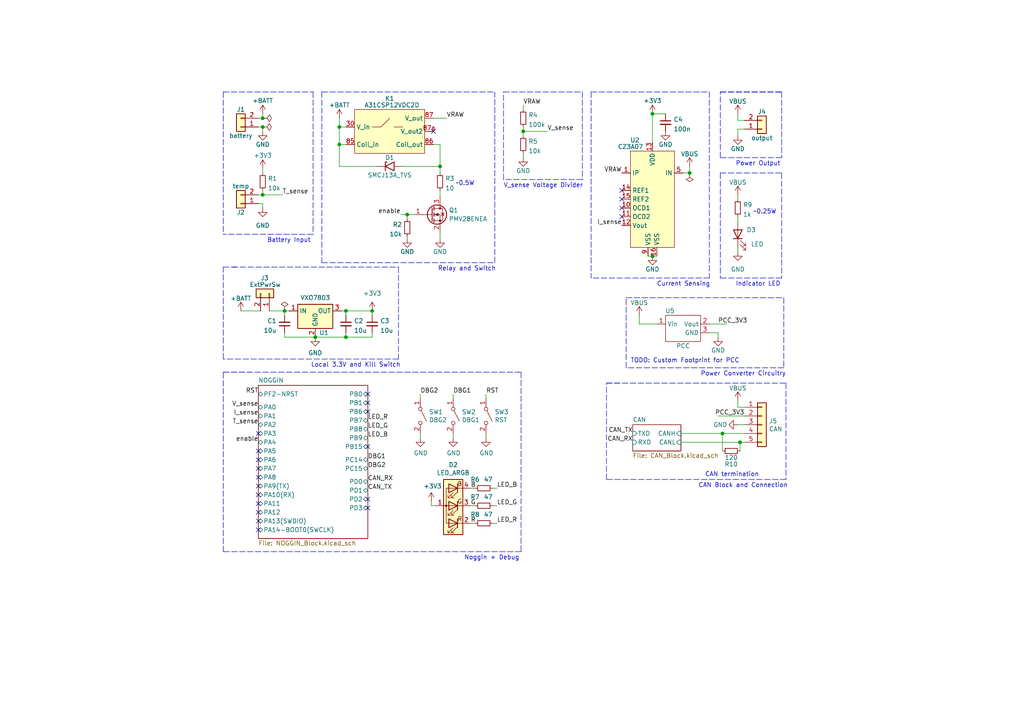
<source format=kicad_sch>
(kicad_sch (version 20211123) (generator eeschema)
  (paper "A4")
  (lib_symbols
    (symbol "BMS_Library:A31CSP12VDC2D"
      (property "Reference" "K1" (at 8.89 -10.16 0))
      (property "Value" "A31CSP12VDC2D" (at 0 5.08 0))
      (symbol "A31CSP12VDC2D_0_1"
        (rectangle (start -10.16 3.81) (end 10.16 -8.89) (fill (type background)))
        (polyline (pts (xy 1.27 -1.27) (xy 3.81 -1.27)))
        (polyline (pts (xy -5.08 -1.27) (xy -2.54 -1.27) (xy 0 1.27)))
      )
      (symbol "A31CSP12VDC2D_1_1"
        (pin power_in line (at -12.7 -1.27 0) (length 2.54) (name "V_in") (number "30"))
        (pin power_in line (at -12.7 -6.35 0) (length 2.54) (name "Coil_in") (number "85"))
        (pin power_out line (at 12.7 -6.35 180) (length 2.54) (name "Coil_out") (number "86"))
        (pin power_out line (at 12.7 1.27 180) (length 2.54) (name "V_out") (number "87"))
        (pin power_out line (at 12.7 -2.54 180) (length 2.54) (name "V_out2") (number "87a"))
      )
    )
    (symbol "BMS_Library:CZ3AG7_HalEfSens"
      (property "Reference" "U" (at 0 20.32 0))
      (property "Value" "CZ3AG7_HalEfSens" (at 0 17.78 0))
      (symbol "CZ3AG7_HalEfSens_0_1"
        (rectangle (start -6.35 13.97) (end 6.35 -13.97) (stroke (width 0.1524)) (fill (type background)))
      )
      (symbol "CZ3AG7_HalEfSens_1_1"
        (pin input line (at -8.89 7.62 0) (length 2.54) (name "IP") (number "1"))
        (pin output line (at -8.89 -2.54 0) (length 2.54) (name "OCD1") (number "10"))
        (pin output line (at -8.89 -5.08 0) (length 2.54) (name "OCD2") (number "11"))
        (pin output line (at -8.89 -7.62 0) (length 2.54) (name "Vout") (number "12"))
        (pin power_in line (at 0 16.51 270) (length 2.54) (name "VDD") (number "13"))
        (pin input line (at -8.89 2.54 0) (length 2.54) (name "REF1") (number "14"))
        (pin input line (at -8.89 0 0) (length 2.54) (name "REF2") (number "15"))
        (pin power_in line (at 1.27 -16.51 90) (length 2.54) (name "VSS") (number "16"))
        (pin input line (at 8.89 7.62 180) (length 2.54) (name "IN") (number "5"))
        (pin power_in line (at -1.27 -16.51 90) (length 2.54) (name "VSS") (number "9"))
      )
    )
    (symbol "BMS_Library:PCC"
      (property "Reference" "U" (at 0 5.08 0))
      (property "Value" "PCC" (at 0 -5.08 0))
      (symbol "PCC_0_1"
        (rectangle (start -5.08 3.81) (end 5.08 -3.81))
      )
      (symbol "PCC_1_1"
        (pin power_in line (at -7.62 1.27 0) (length 2.54) (name "Vin") (number "1"))
        (pin power_out line (at 7.62 1.27 180) (length 2.54) (name "Vout") (number "2"))
        (pin power_in line (at 7.62 -1.27 180) (length 2.54) (name "GND") (number "3"))
      )
    )
    (symbol "Connector_Generic:Conn_01x02" (pin_names (offset 1.016) hide)
      (property "Reference" "J" (at 0 2.54 0))
      (property "Value" "Conn_01x02" (at 0 -5.08 0))
      (symbol "Conn_01x02_1_1"
        (rectangle (start -1.27 -2.413) (end 0 -2.667) (stroke (width 0.1524)))
        (rectangle (start -1.27 0.127) (end 0 -0.127) (stroke (width 0.1524)))
        (rectangle (start -1.27 1.27) (end 1.27 -3.81) (stroke (width 0.254)) (fill (type background)))
        (pin passive line (at -5.08 0 0) (length 3.81) (name "Pin_1") (number "1"))
        (pin passive line (at -5.08 -2.54 0) (length 3.81) (name "Pin_2") (number "2"))
      )
    )
    (symbol "Connector_Generic:Conn_01x05" (pin_names (offset 1.016) hide)
      (property "Reference" "J" (at 0 7.62 0))
      (property "Value" "Conn_01x05" (at 0 -7.62 0))
      (symbol "Conn_01x05_1_1"
        (rectangle (start -1.27 -4.953) (end 0 -5.207) (stroke (width 0.1524)))
        (rectangle (start -1.27 -2.413) (end 0 -2.667) (stroke (width 0.1524)))
        (rectangle (start -1.27 0.127) (end 0 -0.127) (stroke (width 0.1524)))
        (rectangle (start -1.27 2.667) (end 0 2.413) (stroke (width 0.1524)))
        (rectangle (start -1.27 5.207) (end 0 4.953) (stroke (width 0.1524)))
        (rectangle (start -1.27 6.35) (end 1.27 -6.35) (stroke (width 0.254)) (fill (type background)))
        (pin passive line (at -5.08 5.08 0) (length 3.81) (name "Pin_1") (number "1"))
        (pin passive line (at -5.08 2.54 0) (length 3.81) (name "Pin_2") (number "2"))
        (pin passive line (at -5.08 0 0) (length 3.81) (name "Pin_3") (number "3"))
        (pin passive line (at -5.08 -2.54 0) (length 3.81) (name "Pin_4") (number "4"))
        (pin passive line (at -5.08 -5.08 0) (length 3.81) (name "Pin_5") (number "5"))
      )
    )
    (symbol "Converter_DCDC:OKI-78SR-5_1.5-W36-C"
      (property "Reference" "U1" (at 2.54 -6.35 0))
      (property "Value" "VXO7803" (at 0 3.81 0))
      (symbol "OKI-78SR-5_1.5-W36-C_0_1"
        (rectangle (start -5.08 1.905) (end 5.08 -5.08) (stroke (width 0.254)) (fill (type background)))
      )
      (symbol "OKI-78SR-5_1.5-W36-C_1_1"
        (pin power_in line (at -7.62 0 0) (length 2.54) (name "IN") (number "1"))
        (pin power_in line (at 0 -7.62 90) (length 2.54) (name "GND") (number "2"))
        (pin power_out line (at 7.62 0 180) (length 2.54) (name "OUT") (number "3"))
      )
    )
    (symbol "Device:C_Small" (pin_numbers hide) (pin_names (offset 0.254) hide)
      (property "Reference" "C" (at 0.254 1.778 0))
      (property "Value" "C_Small" (at 0.254 -2.032 0))
      (symbol "C_Small_0_1"
        (polyline (pts (xy -1.524 -0.508) (xy 1.524 -0.508)) (stroke (width 0.3302)))
        (polyline (pts (xy -1.524 0.508) (xy 1.524 0.508)) (stroke (width 0.3048)))
      )
      (symbol "C_Small_1_1"
        (pin passive line (at 0 2.54 270) (length 2.032) (name "~") (number "1"))
        (pin passive line (at 0 -2.54 90) (length 2.032) (name "~") (number "2"))
      )
    )
    (symbol "Device:LED" (pin_numbers hide) (pin_names (offset 1.016) hide)
      (property "Reference" "D" (at 0 2.54 0))
      (property "Value" "LED" (at 0 -2.54 0))
      (symbol "LED_0_1"
        (polyline (pts (xy -1.27 -1.27) (xy -1.27 1.27)) (stroke (width 0.254)))
        (polyline (pts (xy -1.27 0) (xy 1.27 0)))
        (polyline (pts (xy 1.27 -1.27) (xy 1.27 1.27) (xy -1.27 0) (xy 1.27 -1.27)) (stroke (width 0.254)))
        (polyline (pts (xy -3.048 -0.762) (xy -4.572 -2.286) (xy -3.81 -2.286) (xy -4.572 -2.286) (xy -4.572 -1.524)))
        (polyline (pts (xy -1.778 -0.762) (xy -3.302 -2.286) (xy -2.54 -2.286) (xy -3.302 -2.286) (xy -3.302 -1.524)))
      )
      (symbol "LED_1_1"
        (pin passive line (at -3.81 0 0) (length 2.54) (name "K") (number "1"))
        (pin passive line (at 3.81 0 180) (length 2.54) (name "A") (number "2"))
      )
    )
    (symbol "Device:LED_ARGB" (pin_names (offset 0) hide)
      (property "Reference" "D" (at 0 9.398 0))
      (property "Value" "LED_ARGB" (at 0 -8.89 0))
      (symbol "LED_ARGB_0_0"
        (text "B" (at -1.905 -6.35 0) (effects (font (size 1.27 1.27))))
        (text "G" (at -1.905 -1.27 0) (effects (font (size 1.27 1.27))))
        (text "R" (at -1.905 3.81 0) (effects (font (size 1.27 1.27))))
      )
      (symbol "LED_ARGB_0_1"
        (polyline (pts (xy -1.27 -5.08) (xy -2.54 -5.08)))
        (polyline (pts (xy -1.27 -5.08) (xy 1.27 -5.08)))
        (polyline (pts (xy -1.27 -3.81) (xy -1.27 -6.35)) (stroke (width 0.254)))
        (polyline (pts (xy -1.27 0) (xy -2.54 0)))
        (polyline (pts (xy -1.27 1.27) (xy -1.27 -1.27)) (stroke (width 0.254)))
        (polyline (pts (xy -1.27 5.08) (xy -2.54 5.08)))
        (polyline (pts (xy -1.27 5.08) (xy 1.27 5.08)))
        (polyline (pts (xy -1.27 6.35) (xy -1.27 3.81)) (stroke (width 0.254)))
        (polyline (pts (xy 1.27 0) (xy -1.27 0)))
        (polyline (pts (xy 1.27 0) (xy 2.54 0)))
        (polyline (pts (xy -1.27 1.27) (xy -1.27 -1.27) (xy -1.27 -1.27)))
        (polyline (pts (xy -1.27 6.35) (xy -1.27 3.81) (xy -1.27 3.81)))
        (polyline (pts (xy 1.27 -5.08) (xy 2.032 -5.08) (xy 2.032 5.08) (xy 1.27 5.08)))
        (polyline (pts (xy 1.27 -3.81) (xy 1.27 -6.35) (xy -1.27 -5.08) (xy 1.27 -3.81)) (stroke (width 0.254)))
        (polyline (pts (xy 1.27 1.27) (xy 1.27 -1.27) (xy -1.27 0) (xy 1.27 1.27)) (stroke (width 0.254)))
        (polyline (pts (xy 1.27 6.35) (xy 1.27 3.81) (xy -1.27 5.08) (xy 1.27 6.35)) (stroke (width 0.254)))
        (polyline (pts (xy -1.016 -3.81) (xy 0.508 -2.286) (xy -0.254 -2.286) (xy 0.508 -2.286) (xy 0.508 -3.048)))
        (polyline (pts (xy -1.016 1.27) (xy 0.508 2.794) (xy -0.254 2.794) (xy 0.508 2.794) (xy 0.508 2.032)))
        (polyline (pts (xy -1.016 6.35) (xy 0.508 7.874) (xy -0.254 7.874) (xy 0.508 7.874) (xy 0.508 7.112)))
        (polyline (pts (xy 0 -3.81) (xy 1.524 -2.286) (xy 0.762 -2.286) (xy 1.524 -2.286) (xy 1.524 -3.048)))
        (polyline (pts (xy 0 1.27) (xy 1.524 2.794) (xy 0.762 2.794) (xy 1.524 2.794) (xy 1.524 2.032)))
        (polyline (pts (xy 0 6.35) (xy 1.524 7.874) (xy 0.762 7.874) (xy 1.524 7.874) (xy 1.524 7.112)))
        (rectangle (start 1.27 -1.27) (end 1.27 1.27))
        (rectangle (start 1.27 1.27) (end 1.27 1.27))
        (rectangle (start 1.27 3.81) (end 1.27 6.35))
        (rectangle (start 1.27 6.35) (end 1.27 6.35))
        (circle (center 2.032 0) (radius 0.254) (fill (type outline)))
        (rectangle (start 2.794 8.382) (end -2.794 -7.62) (stroke (width 0.254)) (fill (type background)))
      )
      (symbol "LED_ARGB_1_1"
        (pin passive line (at 5.08 0 180) (length 2.54) (name "A") (number "1"))
        (pin passive line (at -5.08 5.08 0) (length 2.54) (name "RK") (number "2"))
        (pin passive line (at -5.08 0 0) (length 2.54) (name "GK") (number "3"))
        (pin passive line (at -5.08 -5.08 0) (length 2.54) (name "BK") (number "4"))
      )
    )
    (symbol "Device:Q_NMOS_GSD" (pin_names (offset 0) hide)
      (property "Reference" "Q" (at 5.08 1.27 0))
      (property "Value" "Q_NMOS_GSD" (at 5.08 -1.27 0))
      (symbol "Q_NMOS_GSD_0_1"
        (polyline (pts (xy 0.254 0) (xy -2.54 0)))
        (polyline (pts (xy 0.254 1.905) (xy 0.254 -1.905)) (stroke (width 0.254)))
        (polyline (pts (xy 0.762 -1.27) (xy 0.762 -2.286)) (stroke (width 0.254)))
        (polyline (pts (xy 0.762 0.508) (xy 0.762 -0.508)) (stroke (width 0.254)))
        (polyline (pts (xy 0.762 2.286) (xy 0.762 1.27)) (stroke (width 0.254)))
        (polyline (pts (xy 2.54 2.54) (xy 2.54 1.778)))
        (polyline (pts (xy 2.54 -2.54) (xy 2.54 0) (xy 0.762 0)))
        (polyline (pts (xy 0.762 -1.778) (xy 3.302 -1.778) (xy 3.302 1.778) (xy 0.762 1.778)))
        (polyline (pts (xy 1.016 0) (xy 2.032 0.381) (xy 2.032 -0.381) (xy 1.016 0)) (fill (type outline)))
        (polyline (pts (xy 2.794 0.508) (xy 2.921 0.381) (xy 3.683 0.381) (xy 3.81 0.254)))
        (polyline (pts (xy 3.302 0.381) (xy 2.921 -0.254) (xy 3.683 -0.254) (xy 3.302 0.381)))
        (circle (center 1.651 0) (radius 2.794) (stroke (width 0.254)))
        (circle (center 2.54 -1.778) (radius 0.254) (fill (type outline)))
        (circle (center 2.54 1.778) (radius 0.254) (fill (type outline)))
      )
      (symbol "Q_NMOS_GSD_1_1"
        (pin input line (at -5.08 0 0) (length 2.54) (name "G") (number "1"))
        (pin passive line (at 2.54 -5.08 90) (length 2.54) (name "S") (number "2"))
        (pin passive line (at 2.54 5.08 270) (length 2.54) (name "D") (number "3"))
      )
    )
    (symbol "Device:R_Small" (pin_numbers hide) (pin_names (offset 0.254) hide)
      (property "Reference" "R" (at 0.762 0.508 0))
      (property "Value" "R_Small" (at 0.762 -1.016 0))
      (symbol "R_Small_0_1"
        (rectangle (start -0.762 1.778) (end 0.762 -1.778) (stroke (width 0.2032)))
      )
      (symbol "R_Small_1_1"
        (pin passive line (at 0 2.54 270) (length 0.762) (name "~") (number "1"))
        (pin passive line (at 0 -2.54 90) (length 0.762) (name "~") (number "2"))
      )
    )
    (symbol "Diode:1.5KExxA" (pin_numbers hide) (pin_names (offset 1.016) hide)
      (property "Reference" "D" (at 0 2.54 0))
      (property "Value" "1.5KExxA" (at 0 -2.54 0))
      (symbol "1.5KExxA_0_1"
        (polyline (pts (xy -0.762 1.27) (xy -1.27 1.27) (xy -1.27 -1.27)) (stroke (width 0.254)))
        (polyline (pts (xy 1.27 1.27) (xy 1.27 -1.27) (xy -1.27 0) (xy 1.27 1.27)) (stroke (width 0.254)))
      )
      (symbol "1.5KExxA_1_1"
        (pin passive line (at -3.81 0 0) (length 2.54) (name "A1") (number "1"))
        (pin passive line (at 3.81 0 180) (length 2.54) (name "A2") (number "2"))
      )
    )
    (symbol "Switch:SW_SPST" (pin_names (offset 0) hide)
      (property "Reference" "SW" (at 0 3.175 0))
      (property "Value" "SW_SPST" (at 0 -2.54 0))
      (symbol "SW_SPST_0_0"
        (circle (center -2.032 0) (radius 0.508))
        (polyline (pts (xy -1.524 0.254) (xy 1.524 1.778)))
        (circle (center 2.032 0) (radius 0.508))
      )
      (symbol "SW_SPST_1_1"
        (pin passive line (at -5.08 0 0) (length 2.54) (name "A") (number "1"))
        (pin passive line (at 5.08 0 180) (length 2.54) (name "B") (number "2"))
      )
    )
    (symbol "power:+3.3V" (power) (pin_names (offset 0))
      (property "Value" "+3.3V" (at 0 3.556 0))
      (symbol "+3.3V_0_1"
        (polyline (pts (xy -0.762 1.27) (xy 0 2.54)))
        (polyline (pts (xy 0 0) (xy 0 2.54)))
        (polyline (pts (xy 0 2.54) (xy 0.762 1.27)))
      )
      (symbol "+3.3V_1_1"
        (pin power_in line (at 0 0 90) (length 0) hide (name "+3V3") (number "1"))
      )
    )
    (symbol "power:+3V3" (power) (pin_names (offset 0))
      (property "Value" "+3V3" (at 0 3.556 0))
      (symbol "+3V3_0_1"
        (polyline (pts (xy -0.762 1.27) (xy 0 2.54)))
        (polyline (pts (xy 0 0) (xy 0 2.54)))
        (polyline (pts (xy 0 2.54) (xy 0.762 1.27)))
      )
      (symbol "+3V3_1_1"
        (pin power_in line (at 0 0 90) (length 0) hide (name "+3V3") (number "1"))
      )
    )
    (symbol "power:+BATT" (power) (pin_names (offset 0))
      (property "Value" "+BATT" (at 0 3.556 0))
      (symbol "+BATT_0_1"
        (polyline (pts (xy -0.762 1.27) (xy 0 2.54)))
        (polyline (pts (xy 0 0) (xy 0 2.54)))
        (polyline (pts (xy 0 2.54) (xy 0.762 1.27)))
      )
      (symbol "+BATT_1_1"
        (pin power_in line (at 0 0 90) (length 0) hide (name "+BATT") (number "1"))
      )
    )
    (symbol "power:GND" (power) (pin_names (offset 0))
      (property "Value" "GND" (at 0 -3.81 0))
      (symbol "GND_0_1"
        (polyline (pts (xy 0 0) (xy 0 -1.27) (xy 1.27 -1.27) (xy 0 -2.54) (xy -1.27 -1.27) (xy 0 -1.27)))
      )
      (symbol "GND_1_1"
        (pin power_in line (at 0 0 270) (length 0) hide (name "GND") (number "1"))
      )
    )
    (symbol "power:PWR_FLAG" (power) (pin_numbers hide) (pin_names (offset 0) hide)
      (property "Value" "PWR_FLAG" (at 0 3.81 0))
      (symbol "PWR_FLAG_0_0"
        (pin power_out line (at 0 0 90) (length 0) (name "pwr") (number "1"))
      )
      (symbol "PWR_FLAG_0_1"
        (polyline (pts (xy 0 0) (xy 0 1.27) (xy -1.016 1.905) (xy 0 2.54) (xy 1.016 1.905) (xy 0 1.27)))
      )
    )
    (symbol "power:VBUS" (power) (pin_names (offset 0))
      (property "Value" "VBUS" (at 0 3.81 0))
      (symbol "VBUS_0_1"
        (polyline (pts (xy -0.762 1.27) (xy 0 2.54)))
        (polyline (pts (xy 0 0) (xy 0 2.54)))
        (polyline (pts (xy 0 2.54) (xy 0.762 1.27)))
      )
      (symbol "VBUS_1_1"
        (pin power_in line (at 0 0 90) (length 0) hide (name "VBUS") (number "1"))
      )
    )
  )
  (junction (at 214.63 128.27))
  (junction (at 189.23 33.02))
  (junction (at 76.2 56.515))
  (junction (at 118.11 62.23))
  (junction (at 91.44 97.79))
  (junction (at 107.95 90.17))
  (junction (at 127.635 48.26))
  (junction (at 151.765 38.1))
  (junction (at 98.425 36.83))
  (junction (at 100.33 97.79))
  (junction (at 76.2 34.29))
  (junction (at 100.33 90.17))
  (junction (at 209.55 125.73))
  (junction (at 189.23 74.295))
  (junction (at 76.2 36.83))
  (junction (at 82.55 90.17))
  (junction (at 200.025 50.165))
  (junction (at 98.425 41.91))
  (no_connect (at 106.68 116.84))
  (no_connect (at 106.68 119.38))
  (no_connect (at 74.93 138.43))
  (no_connect (at 74.93 140.97))
  (no_connect (at 106.68 144.78))
  (no_connect (at 106.68 147.32))
  (no_connect (at 106.68 129.54))
  (no_connect (at 74.93 125.73))
  (no_connect (at 74.93 130.81))
  (no_connect (at 74.93 133.35))
  (no_connect (at 74.93 135.89))
  (no_connect (at 106.68 114.3))
  (no_connect (at 74.93 143.51))
  (no_connect (at 74.93 146.05))
  (no_connect (at 74.93 148.59))
  (no_connect (at 74.93 151.13))
  (no_connect (at 74.93 153.67))
  (no_connect (at 180.34 60.325))
  (no_connect (at 180.34 62.865))
  (no_connect (at 180.34 57.785))
  (no_connect (at 125.73 38.1))
  (no_connect (at 180.34 55.245))
  (wire (pts (xy 205.74 96.52) (xy 208.28 96.52)))
  (wire (pts (xy 76.2 56.515) (xy 76.2 55.245)))
  (wire (pts (xy 151.765 44.45) (xy 151.765 45.72)))
  (wire (pts (xy 82.55 96.52) (xy 82.55 97.79)))
  (wire (pts (xy 109.22 48.26) (xy 98.425 48.26)))
  (wire (pts (xy 98.425 36.83) (xy 98.425 41.91)))
  (wire (pts (xy 200.025 50.165) (xy 200.025 48.26)))
  (wire (pts (xy 125.095 145.415) (xy 125.095 146.685)))
  (wire (pts (xy 76.2 56.515) (xy 81.915 56.515)))
  (polyline (pts (xy 93.345 26.67) (xy 143.51 26.67)))
  (wire (pts (xy 127.635 55.245) (xy 127.635 57.15)))
  (wire (pts (xy 127.635 48.26) (xy 127.635 50.165)))
  (polyline (pts (xy 64.77 160.02) (xy 64.77 107.95)))
  (wire (pts (xy 198.12 50.165) (xy 200.025 50.165)))
  (polyline (pts (xy 226.695 26.67) (xy 226.695 45.72)))
  (wire (pts (xy 74.93 34.29) (xy 76.2 34.29)))
  (wire (pts (xy 98.425 41.91) (xy 98.425 48.26)))
  (polyline (pts (xy 175.895 111.125) (xy 227.965 111.125)))
  (polyline (pts (xy 90.805 26.67) (xy 90.805 67.945)))
  (polyline (pts (xy 181.61 106.68) (xy 181.61 86.36)))
  (wire (pts (xy 127.635 67.31) (xy 127.635 69.215)))
  (wire (pts (xy 121.92 114.3) (xy 121.92 115.57)))
  (polyline (pts (xy 115.57 77.47) (xy 115.57 104.14)))
  (wire (pts (xy 127.635 41.91) (xy 127.635 48.26)))
  (polyline (pts (xy 171.45 26.67) (xy 171.45 80.645)))
  (wire (pts (xy 209.55 125.73) (xy 197.485 125.73)))
  (polyline (pts (xy 151.13 107.95) (xy 151.13 160.02)))
  (wire (pts (xy 118.11 62.23) (xy 118.11 63.5)))
  (polyline (pts (xy 64.77 107.95) (xy 72.39 107.95)))
  (wire (pts (xy 189.23 74.295) (xy 190.5 74.295)))
  (wire (pts (xy 82.55 90.17) (xy 82.55 91.44)))
  (wire (pts (xy 215.9 128.27) (xy 214.63 128.27)))
  (polyline (pts (xy 208.915 26.67) (xy 226.695 26.67)))
  (wire (pts (xy 136.525 151.765) (xy 137.795 151.765)))
  (polyline (pts (xy 64.77 77.47) (xy 68.58 77.47)))
  (polyline (pts (xy 64.77 26.67) (xy 90.805 26.67)))
  (polyline (pts (xy 175.895 139.065) (xy 175.895 111.125)))
  (wire (pts (xy 69.85 90.17) (xy 75.565 90.17)))
  (polyline (pts (xy 168.91 26.67) (xy 168.91 52.07)))
  (polyline (pts (xy 90.805 67.945) (xy 64.77 67.945)))
  (polyline (pts (xy 171.45 26.67) (xy 205.74 26.67)))
  (wire (pts (xy 215.9 123.19) (xy 213.995 123.19)))
  (polyline (pts (xy 227.965 111.125) (xy 227.965 139.065)))
  (polyline (pts (xy 181.61 86.36) (xy 189.23 86.36)))
  (wire (pts (xy 107.95 97.79) (xy 107.95 96.52)))
  (wire (pts (xy 100.33 97.79) (xy 100.33 96.52)))
  (wire (pts (xy 98.425 34.29) (xy 98.425 36.83)))
  (polyline (pts (xy 143.51 76.2) (xy 143.51 26.67)))
  (wire (pts (xy 121.92 127) (xy 121.92 125.73)))
  (wire (pts (xy 91.44 97.79) (xy 100.33 97.79)))
  (wire (pts (xy 107.95 90.17) (xy 107.95 91.44)))
  (wire (pts (xy 125.73 34.29) (xy 129.54 34.29)))
  (wire (pts (xy 158.75 38.1) (xy 151.765 38.1)))
  (wire (pts (xy 208.28 96.52) (xy 208.28 97.79)))
  (polyline (pts (xy 226.695 80.645) (xy 208.915 80.645)))
  (polyline (pts (xy 93.345 76.2) (xy 143.51 76.2)))
  (wire (pts (xy 189.23 41.275) (xy 189.23 33.02)))
  (polyline (pts (xy 208.915 45.72) (xy 208.915 26.67)))
  (wire (pts (xy 213.995 62.865) (xy 213.995 64.135)))
  (wire (pts (xy 213.995 56.515) (xy 213.995 57.785)))
  (polyline (pts (xy 226.695 50.165) (xy 226.695 80.645)))
  (polyline (pts (xy 175.895 111.125) (xy 179.705 111.125)))
  (wire (pts (xy 209.55 125.73) (xy 209.55 130.81)))
  (polyline (pts (xy 64.77 104.14) (xy 64.77 77.47)))
  (wire (pts (xy 82.55 97.79) (xy 91.44 97.79)))
  (wire (pts (xy 208.28 120.65) (xy 215.9 120.65)))
  (wire (pts (xy 187.96 74.295) (xy 189.23 74.295)))
  (polyline (pts (xy 208.915 50.165) (xy 226.695 50.165)))
  (wire (pts (xy 215.9 125.73) (xy 209.55 125.73)))
  (wire (pts (xy 215.9 118.11) (xy 213.995 118.11)))
  (polyline (pts (xy 151.13 160.02) (xy 64.77 160.02)))
  (wire (pts (xy 76.2 48.895) (xy 76.2 50.165)))
  (polyline (pts (xy 208.915 50.165) (xy 208.915 80.645)))
  (wire (pts (xy 99.06 90.17) (xy 100.33 90.17)))
  (wire (pts (xy 140.97 127) (xy 140.97 125.73)))
  (wire (pts (xy 185.42 91.44) (xy 185.42 93.98)))
  (polyline (pts (xy 227.33 106.68) (xy 181.61 106.68)))
  (wire (pts (xy 142.875 151.765) (xy 144.145 151.765)))
  (wire (pts (xy 83.82 90.17) (xy 82.55 90.17)))
  (wire (pts (xy 214.63 128.27) (xy 214.63 130.81)))
  (wire (pts (xy 74.93 59.055) (xy 76.2 59.055)))
  (polyline (pts (xy 115.57 104.14) (xy 64.77 104.14)))
  (wire (pts (xy 142.875 146.685) (xy 144.145 146.685)))
  (wire (pts (xy 151.765 38.1) (xy 151.765 36.83)))
  (wire (pts (xy 213.995 118.11) (xy 213.995 116.205)))
  (polyline (pts (xy 181.61 86.36) (xy 227.33 86.36)))
  (wire (pts (xy 100.33 90.17) (xy 107.95 90.17)))
  (polyline (pts (xy 205.74 80.645) (xy 171.45 80.645)))
  (wire (pts (xy 100.33 90.17) (xy 100.33 91.44)))
  (wire (pts (xy 76.2 36.83) (xy 76.2 38.1)))
  (polyline (pts (xy 226.695 45.72) (xy 208.915 45.72)))
  (wire (pts (xy 116.84 48.26) (xy 127.635 48.26)))
  (wire (pts (xy 100.33 36.83) (xy 98.425 36.83)))
  (wire (pts (xy 136.525 141.605) (xy 137.795 141.605)))
  (wire (pts (xy 215.9 37.465) (xy 213.995 37.465)))
  (polyline (pts (xy 93.345 26.67) (xy 93.345 76.2)))
  (wire (pts (xy 189.23 33.02) (xy 193.04 33.02)))
  (wire (pts (xy 76.2 59.055) (xy 76.2 60.325)))
  (polyline (pts (xy 208.915 26.67) (xy 226.695 26.67)))
  (wire (pts (xy 151.765 30.48) (xy 151.765 31.75)))
  (polyline (pts (xy 64.77 107.95) (xy 151.13 107.95)))
  (wire (pts (xy 214.63 128.27) (xy 197.485 128.27)))
  (wire (pts (xy 120.015 62.23) (xy 118.11 62.23)))
  (polyline (pts (xy 205.74 26.67) (xy 205.74 80.645)))
  (polyline (pts (xy 67.31 77.47) (xy 115.57 77.47)))
  (wire (pts (xy 78.105 90.17) (xy 82.55 90.17)))
  (polyline (pts (xy 146.05 26.67) (xy 168.91 26.67)))
  (wire (pts (xy 100.33 97.79) (xy 107.95 97.79)))
  (wire (pts (xy 100.33 41.91) (xy 98.425 41.91)))
  (wire (pts (xy 213.995 33.02) (xy 213.995 34.925)))
  (wire (pts (xy 125.73 41.91) (xy 127.635 41.91)))
  (wire (pts (xy 142.875 141.605) (xy 144.145 141.605)))
  (wire (pts (xy 74.93 36.83) (xy 76.2 36.83)))
  (wire (pts (xy 151.765 38.1) (xy 151.765 39.37)))
  (polyline (pts (xy 64.77 26.67) (xy 64.77 67.945)))
  (wire (pts (xy 76.2 34.29) (xy 76.2 33.02)))
  (wire (pts (xy 205.74 93.98) (xy 210.82 93.98)))
  (wire (pts (xy 131.445 127) (xy 131.445 125.73)))
  (wire (pts (xy 118.11 68.58) (xy 118.11 69.215)))
  (wire (pts (xy 185.42 93.98) (xy 190.5 93.98)))
  (polyline (pts (xy 146.05 52.07) (xy 146.05 26.67)))
  (wire (pts (xy 116.205 62.23) (xy 118.11 62.23)))
  (polyline (pts (xy 168.91 52.07) (xy 146.05 52.07)))
  (polyline (pts (xy 227.33 86.36) (xy 227.33 106.68)))
  (wire (pts (xy 74.93 56.515) (xy 76.2 56.515)))
  (wire (pts (xy 213.995 71.755) (xy 213.995 73.025)))
  (wire (pts (xy 136.525 146.685) (xy 137.795 146.685)))
  (wire (pts (xy 140.97 114.3) (xy 140.97 115.57)))
  (wire (pts (xy 213.995 37.465) (xy 213.995 39.37)))
  (polyline (pts (xy 227.965 139.065) (xy 175.895 139.065)))
  (wire (pts (xy 213.995 34.925) (xy 215.9 34.925)))
  (wire (pts (xy 131.445 114.3) (xy 131.445 115.57)))
  (wire (pts (xy 125.095 146.685) (xy 126.365 146.685)))
  (text "Local 3.3V and Kill Switch" (at 90.17 106.68 0) (effects (font (size 1.27 1.27)) (justify left bottom)))
  (text "~0.25W" (at 218.44 62.23 0) (effects (font (size 1.27 1.27)) (justify left bottom)))
  (text "CAN termination" (at 204.47 138.43 0) (effects (font (size 1.27 1.27)) (justify left bottom)))
  (text "Noggin + Debug" (at 134.62 162.56 0) (effects (font (size 1.27 1.27)) (justify left bottom)))
  (text "TODO: Custom Footprint for PCC" (at 182.88 105.41 0) (effects (font (size 1.27 1.27)) (justify left bottom)))
  (text "V_sense Voltage Divider" (at 146.05 54.61 0) (effects (font (size 1.27 1.27)) (justify left bottom)))
  (text "Power Output\n" (at 213.36 48.26 0) (effects (font (size 1.27 1.27)) (justify left bottom)))
  (text "~0.5W" (at 132.08 53.975 0) (effects (font (size 1.27 1.27)) (justify left bottom)))
  (text "Current Sensing\n" (at 190.5 83.185 0) (effects (font (size 1.27 1.27)) (justify left bottom)))
  (text "Power Converter Circuitry" (at 203.2 109.22 0) (effects (font (size 1.27 1.27)) (justify left bottom)))
  (text "CAN Block and Connection" (at 202.565 141.605 0) (effects (font (size 1.27 1.27)) (justify left bottom)))
  (text "Indicator LED" (at 213.36 83.185 0) (effects (font (size 1.27 1.27)) (justify left bottom)))
  (text "Battery Input" (at 77.47 70.485 0) (effects (font (size 1.27 1.27)) (justify left bottom)))
  (text "Relay and Switch" (at 127 78.74 0) (effects (font (size 1.27 1.27)) (justify left bottom)))
  (label "VRAW" (at 180.34 50.165 180))
  (label "enable" (at 116.205 62.23 180))
  (label "B" (at 136.525 141.605 0))
  (label "CAN_RX" (at 106.68 139.7 0))
  (label "R" (at 136.525 151.765 0))
  (label "PCC_3V3" (at 208.28 93.98 0))
  (label "T_sense" (at 74.93 123.19 180))
  (label "PCC_3V3" (at 215.9 120.65 180))
  (label "LED_B" (at 106.68 127 0))
  (label "LED_B" (at 144.145 141.605 0))
  (label "RST" (at 74.93 114.3 180))
  (label "CAN_RX" (at 183.515 128.27 180))
  (label "LED_R" (at 106.68 121.92 0))
  (label "LED_G" (at 106.68 124.46 0))
  (label "V_sense" (at 158.75 38.1 0))
  (label "CAN_TX" (at 106.68 142.24 0))
  (label "VRAW" (at 129.54 34.29 0))
  (label "DBG1" (at 131.445 114.3 0))
  (label "VRAW" (at 151.765 30.48 0))
  (label "I_sense" (at 180.34 65.405 180))
  (label "LED_R" (at 144.145 151.765 0))
  (label "LED_G" (at 144.145 146.685 0))
  (label "enable" (at 74.93 128.27 180))
  (label "G" (at 136.525 146.685 0))
  (label "DBG2" (at 121.92 114.3 0))
  (label "I_sense" (at 74.93 120.65 180))
  (label "DBG1" (at 106.68 133.35 0))
  (label "T_sense" (at 81.915 56.515 0))
  (label "CAN_TX" (at 183.515 125.73 180))
  (label "V_sense" (at 74.93 118.11 180))
  (label "RST" (at 140.97 114.3 0))
  (label "DBG2" (at 106.68 135.89 0))
  (symbol (lib_id "Switch:SW_SPST") (at 121.92 120.65 270) (unit 1)
    (property "Reference" "SW1" (at 124.4092 119.4816 90) (effects (justify left)))
    (property "Value" "DBG2" (at 124.4092 121.793 90) (effects (justify left)))
    (property "Footprint" "Button_Switch_SMD:SW_SPST_PTS810" (effects hide))
  )
  (symbol (lib_id "power:GND") (at 121.92 127 0) (unit 1)
    (property "Reference" "#PWR012" (effects hide))
    (property "Value" "GND" (at 122.047 131.3942 0))
  )
  (symbol (lib_id "Device:LED_ARGB") (at 131.445 146.685 180) (unit 1)
    (property "Reference" "D2" (at 131.445 134.8232 0))
    (property "Value" "LED_ARGB" (at 131.445 137.1346 0))
    (property "Footprint" "LED_SMD:LED_Cree-PLCC4_2x2mm_CW" (effects hide))
  )
  (symbol (lib_id "Device:R_Small") (at 140.335 141.605 270) (unit 1)
    (property "Reference" "R6" (at 137.795 139.065 90))
    (property "Value" "47" (at 141.605 139.065 90))
    (property "Footprint" "Resistor_SMD:R_0603_1608Metric" (effects hide))
  )
  (symbol (lib_id "Device:R_Small") (at 140.335 146.685 270) (unit 1)
    (property "Reference" "R7" (at 137.795 144.145 90))
    (property "Value" "47" (at 141.605 144.145 90))
    (property "Footprint" "Resistor_SMD:R_0603_1608Metric" (effects hide))
  )
  (symbol (lib_id "Device:R_Small") (at 140.335 151.765 270) (unit 1)
    (property "Reference" "R8" (at 137.795 149.225 90))
    (property "Value" "47" (at 141.605 149.225 90))
    (property "Footprint" "Resistor_SMD:R_0603_1608Metric" (effects hide))
  )
  (symbol (lib_id "power:+3V3") (at 125.095 145.415 0) (unit 1)
    (property "Reference" "#PWR013" (effects hide))
    (property "Value" "+3V3" (at 125.476 141.0208 0))
  )
  (symbol (lib_id "Connector_Generic:Conn_01x05") (at 220.98 123.19 0) (unit 1)
    (property "Reference" "J5" (at 223.012 122.1232 0) (effects (justify left)))
    (property "Value" "CAN" (at 223.012 124.4346 0) (effects (justify left)))
    (property "Footprint" "extraparts:Molex_DuraClik_Vert_5pin" (effects hide))
  )
  (symbol (lib_id "power:GND") (at 213.995 123.19 270) (mirror x) (unit 1)
    (property "Reference" "#PWR025" (effects hide))
    (property "Value" "GND" (at 208.915 123.19 90))
  )
  (symbol (lib_id "Switch:SW_SPST") (at 131.445 120.65 270) (unit 1)
    (property "Reference" "SW2" (at 133.9342 119.4816 90) (effects (justify left)))
    (property "Value" "DBG1" (at 133.9342 121.793 90) (effects (justify left)))
    (property "Footprint" "Button_Switch_SMD:SW_SPST_PTS810" (effects hide))
  )
  (symbol (lib_id "power:GND") (at 131.445 127 0) (unit 1)
    (property "Reference" "#PWR016" (effects hide))
    (property "Value" "GND" (at 131.572 131.3942 0))
  )
  (symbol (lib_id "Switch:SW_SPST") (at 140.97 120.65 270) (unit 1)
    (property "Reference" "SW3" (at 143.4592 119.4816 90) (effects (justify left)))
    (property "Value" "RST" (at 143.4592 121.793 90) (effects (justify left)))
    (property "Footprint" "Button_Switch_SMD:SW_SPST_PTS810" (effects hide))
  )
  (symbol (lib_id "power:GND") (at 140.97 127 0) (unit 1)
    (property "Reference" "#PWR018" (effects hide))
    (property "Value" "GND" (at 141.097 131.3942 0))
  )
  (symbol (lib_id "power:GND") (at 118.11 69.215 0) (unit 1)
    (property "Reference" "#PWR09" (effects hide))
    (property "Value" "GND" (at 118.11 73.025 0))
  )
  (symbol (lib_id "Device:R_Small") (at 76.2 52.705 0) (unit 1)
    (property "Reference" "R1" (at 77.6986 51.7965 0) (effects (justify left)))
    (property "Value" "10k" (at 77.6986 54.5716 0) (effects (justify left)))
    (property "Footprint" "Resistor_SMD:R_0603_1608Metric" (effects hide))
  )
  (symbol (lib_id "power:PWR_FLAG") (at 76.2 34.29 270) (unit 1)
    (property "Reference" "#FLG0101" (effects hide))
    (property "Value" "PWR_FLAG" (effects hide))
  )
  (symbol (lib_id "Device:C_Small") (at 82.55 93.98 0) (mirror x) (unit 1)
    (property "Reference" "C1" (at 80.226 93.0651 0) (effects (justify right)))
    (property "Value" "10u" (at 80.226 95.8402 0) (effects (justify right)))
    (property "Footprint" "Capacitor_SMD:C_0805_2012Metric" (effects hide))
  )
  (symbol (lib_id "power:+3.3V") (at 107.95 90.17 0) (unit 1)
    (property "Reference" "#PWR08" (effects hide))
    (property "Value" "+3.3V" (at 107.95 85.09 0))
  )
  (symbol (lib_id "power:VBUS") (at 213.995 33.02 0) (unit 1)
    (property "Reference" "#PWR020" (effects hide))
    (property "Value" "VBUS" (at 213.995 29.4155 0))
  )
  (symbol (lib_id "BMS_Library:A31CSP12VDC2D") (at 113.03 35.56 0) (unit 1)
    (property "Reference" "K1" (at 113.03 28.575 0))
    (property "Value" "A31CSP12VDC2D" (at 113.665 30.48 0))
    (property "Footprint" "BMS_Library:A3_Relay" (effects hide))
  )
  (symbol (lib_id "Connector_Generic:Conn_01x02") (at 220.98 37.465 0) (mirror x) (unit 1)
    (property "Reference" "J4" (at 220.98 32.385 0))
    (property "Value" "output" (at 220.98 40.005 0))
    (property "Footprint" "BMS_Library:Conn_XT90" (effects hide))
  )
  (symbol (lib_id "BMS_Library:PCC") (at 198.12 95.25 0) (unit 1)
    (property "Reference" "U5" (at 194.31 90.17 0))
    (property "Value" "PCC" (at 198.12 100.33 0))
  )
  (symbol (lib_id "Device:R_Small") (at 118.11 66.04 0) (mirror x) (unit 1)
    (property "Reference" "R2" (at 116.6115 65.1315 0) (effects (justify right)))
    (property "Value" "10k" (at 116.6115 67.9066 0) (effects (justify right)))
    (property "Footprint" "Resistor_SMD:R_0603_1608Metric" (effects hide))
  )
  (symbol (lib_id "Diode:1.5KExxA") (at 113.03 48.26 0) (unit 1)
    (property "Reference" "D1" (at 113.03 45.72 0))
    (property "Value" "SMCJ13A_TVS" (at 113.03 50.8 0))
    (property "Datasheet" "https://www.vishay.com/docs/88301/15ke.pdf" (effects hide))
  )
  (symbol (lib_id "Device:C_Small") (at 100.33 93.98 0) (unit 1)
    (property "Reference" "C2" (at 102.6541 93.0778 0) (effects (justify left)))
    (property "Value" "10u" (at 102.6541 95.8529 0) (effects (justify left)))
    (property "Footprint" "Capacitor_SMD:C_0805_2012Metric" (effects hide))
  )
  (symbol (lib_id "Device:R_Small") (at 127.635 52.705 180) (unit 1)
    (property "Reference" "R3" (at 129.1336 51.7965 0) (effects (justify right)))
    (property "Value" "10" (at 129.1336 54.5716 0) (effects (justify right)))
    (property "Footprint" "Resistor_SMD:R_1206_3216Metric" (effects hide))
  )
  (symbol (lib_id "power:GND") (at 208.28 97.79 0) (unit 1)
    (property "Reference" "#PWR0101" (effects hide))
    (property "Value" "GND" (at 208.28 101.6 0))
  )
  (symbol (lib_id "power:VBUS") (at 200.025 48.26 0) (unit 1)
    (property "Reference" "#PWR019" (effects hide))
    (property "Value" "VBUS" (at 200.025 44.6555 0))
  )
  (symbol (lib_id "power:GND") (at 91.44 97.79 0) (unit 1)
    (property "Reference" "#PWR07" (effects hide))
    (property "Value" "GND" (at 91.44 102.3525 0))
  )
  (symbol (lib_id "Connector_Generic:Conn_01x02") (at 78.105 85.09 270) (mirror x) (unit 1)
    (property "Reference" "J3" (at 75.565 80.645 90) (effects (justify left)))
    (property "Value" "ExtPwrSw" (at 72.39 82.55 90) (effects (justify left)))
    (property "Footprint" "extraparts:Molex_DuraClik_Vert_2pin" (effects hide))
  )
  (symbol (lib_id "power:+BATT") (at 98.425 34.29 0) (unit 1)
    (property "Reference" "#PWR06" (effects hide))
    (property "Value" "+BATT" (at 98.425 30.48 0))
  )
  (symbol (lib_id "power:GND") (at 189.23 74.295 0) (unit 1)
    (property "Reference" "#PWR015" (effects hide))
    (property "Value" "GND" (at 189.23 78.105 0))
  )
  (symbol (lib_id "power:+3.3V") (at 189.23 33.02 0) (unit 1)
    (property "Reference" "#PWR014" (effects hide))
    (property "Value" "+3.3V" (at 189.23 29.21 0))
  )
  (symbol (lib_id "BMS_Library:CZ3AG7_HalEfSens") (at 189.23 57.785 0) (unit 1)
    (property "Reference" "U2" (at 184.15 40.64 0))
    (property "Value" "CZ3A07" (at 182.88 42.545 0))
    (property "Footprint" "BMS_Library:CZ3AG7_HalEfSens" (effects hide))
  )
  (symbol (lib_id "power:VBUS") (at 213.995 116.205 0) (mirror y) (unit 1)
    (property "Reference" "#PWR024" (effects hide))
    (property "Value" "VBUS" (at 213.995 112.6005 0))
  )
  (symbol (lib_id "power:VBUS") (at 213.995 56.515 0) (unit 1)
    (property "Reference" "#PWR022" (effects hide))
    (property "Value" "VBUS" (at 213.995 52.9105 0))
  )
  (symbol (lib_id "power:GND") (at 213.995 73.025 0) (unit 1)
    (property "Reference" "#PWR023" (effects hide))
    (property "Value" "GND" (at 213.995 78.105 0))
  )
  (symbol (lib_id "Device:LED") (at 213.995 67.945 90) (unit 1)
    (property "Reference" "D3" (at 216.535 66.675 90) (effects (justify right)))
    (property "Value" "LED" (at 217.805 70.8024 90) (effects (justify right)))
    (property "Footprint" "LED_SMD:LED_0603_1608Metric" (effects hide))
  )
  (symbol (lib_id "power:GND") (at 76.2 38.1 0) (unit 1)
    (property "Reference" "#PWR02" (effects hide))
    (property "Value" "GND" (at 76.2 41.91 0))
  )
  (symbol (lib_id "Device:Q_NMOS_GSD") (at 125.095 62.23 0) (unit 1)
    (property "Reference" "Q1" (at 130.175 60.96 0) (effects (justify left)))
    (property "Value" "PMV28ENEA" (at 130.175 63.5 0) (effects (justify left)))
    (property "Footprint" "Package_TO_SOT_SMD:SOT-23" (effects hide))
  )
  (symbol (lib_id "power:+BATT") (at 69.85 90.17 0) (unit 1)
    (property "Reference" "#PWR05" (effects hide))
    (property "Value" "+BATT" (at 69.85 86.5655 0))
  )
  (symbol (lib_id "power:+BATT") (at 76.2 33.02 0) (unit 1)
    (property "Reference" "#PWR01" (effects hide))
    (property "Value" "+BATT" (at 76.2 29.21 0))
  )
  (symbol (lib_id "Device:C_Small") (at 107.95 93.98 0) (unit 1)
    (property "Reference" "C3" (at 110.2741 93.0778 0) (effects (justify left)))
    (property "Value" "10u" (at 110.2741 95.8529 0) (effects (justify left)))
    (property "Footprint" "Capacitor_SMD:C_0805_2012Metric" (effects hide))
  )
  (symbol (lib_id "power:GND") (at 213.995 39.37 0) (unit 1)
    (property "Reference" "#PWR021" (effects hide))
    (property "Value" "GND" (at 213.995 43.18 0))
  )
  (symbol (lib_id "power:+3.3V") (at 76.2 48.895 0) (unit 1)
    (property "Reference" "#PWR03" (effects hide))
    (property "Value" "+3.3V" (at 76.2 45.085 0))
  )
  (symbol (lib_id "Converter_DCDC:OKI-78SR-5_1.5-W36-C") (at 91.44 90.17 0) (unit 1)
    (property "Reference" "U1" (at 93.98 96.52 0))
    (property "Value" "VXO7803" (at 91.44 86.36 0))
    (property "Footprint" "Converter_DCDC:Converter_DCDC_Murata_OKI-78SR_Vertical" (effects hide))
    (property "Datasheet" "https://power.murata.com/data/power/oki-78sr.pdf" (effects hide))
  )
  (symbol (lib_id "power:GND") (at 76.2 60.325 0) (unit 1)
    (property "Reference" "#PWR04" (effects hide))
    (property "Value" "GND" (at 76.2 65.405 0))
  )
  (symbol (lib_id "Device:R_Small") (at 151.765 41.91 0) (unit 1)
    (property "Reference" "R5" (at 153.2636 41.0015 0) (effects (justify left)))
    (property "Value" "10k" (at 153.2636 43.7766 0) (effects (justify left)))
    (property "Footprint" "Resistor_SMD:R_0603_1608Metric" (effects hide))
  )
  (symbol (lib_id "power:PWR_FLAG") (at 82.55 90.17 0) (unit 1)
    (property "Reference" "#FLG02" (effects hide))
    (property "Value" "PWR_FLAG" (effects hide))
  )
  (symbol (lib_id "Device:R_Small") (at 212.09 130.81 270) (mirror x) (unit 1)
    (property "Reference" "R10" (at 212.09 134.62 90))
    (property "Value" "120" (at 212.09 132.715 90))
    (property "Footprint" "Resistor_SMD:R_0603_1608Metric" (effects hide))
  )
  (symbol (lib_id "power:GND") (at 127.635 69.215 0) (unit 1)
    (property "Reference" "#PWR010" (effects hide))
    (property "Value" "GND" (at 127.635 73.025 0))
  )
  (symbol (lib_id "Connector_Generic:Conn_01x02") (at 69.85 36.83 180) (unit 1)
    (property "Reference" "J1" (at 69.85 31.75 0))
    (property "Value" "battery" (at 69.85 39.37 0))
    (property "Footprint" "BMS_Library:Conn_XT90" (effects hide))
  )
  (symbol (lib_id "Device:R_Small") (at 151.765 34.29 0) (unit 1)
    (property "Reference" "R4" (at 153.2636 33.3815 0) (effects (justify left)))
    (property "Value" "100k" (at 153.2636 36.1566 0) (effects (justify left)))
    (property "Footprint" "Resistor_SMD:R_0603_1608Metric" (effects hide))
  )
  (symbol (lib_id "Device:R_Small") (at 213.995 60.325 0) (unit 1)
    (property "Reference" "R9" (at 215.4936 59.4165 0) (effects (justify left)))
    (property "Value" "1k" (at 215.4936 62.1916 0) (effects (justify left)))
    (property "Footprint" "Resistor_SMD:R_1206_3216Metric" (effects hide))
  )
  (symbol (lib_id "power:GND") (at 193.04 38.1 0) (unit 1)
    (property "Reference" "#PWR017" (effects hide))
    (property "Value" "GND" (at 193.04 41.91 0))
  )
  (symbol (lib_id "power:VBUS") (at 185.42 91.44 0) (unit 1)
    (property "Reference" "#PWR0102" (effects hide))
    (property "Value" "VBUS" (at 185.42 87.8355 0))
  )
  (symbol (lib_id "Device:C_Small") (at 193.04 35.56 0) (unit 1)
    (property "Reference" "C4" (at 195.3641 34.6578 0) (effects (justify left)))
    (property "Value" "100n" (at 195.3641 37.4329 0) (effects (justify left)))
    (property "Footprint" "Capacitor_SMD:C_0603_1608Metric" (effects hide))
  )
  (symbol (lib_id "power:GND") (at 151.765 45.72 0) (unit 1)
    (property "Reference" "#PWR011" (effects hide))
    (property "Value" "GND" (at 151.765 49.53 0))
  )
  (symbol (lib_id "power:PWR_FLAG") (at 76.2 36.83 270) (unit 1)
    (property "Reference" "#FLG01" (effects hide))
    (property "Value" "PWR_FLAG" (effects hide))
  )
  (symbol (lib_id "power:PWR_FLAG") (at 200.025 50.165 180) (unit 1)
    (property "Reference" "#FLG0102" (effects hide))
    (property "Value" "PWR_FLAG" (effects hide))
  )
  (symbol (lib_id "Connector_Generic:Conn_01x02") (at 69.85 59.055 180) (unit 1)
    (property "Reference" "J2" (at 69.85 61.595 0))
    (property "Value" "temp" (at 69.85 53.975 0))
    (property "Footprint" "extraparts:Molex_DuraClik_Vert_2pin" (effects hide))
  )
  (sheet (at 183.515 123.19) (size 13.97 7.62)
    (property "Sheet name" "CAN" (at 183.515 122.4784 0) (effects (justify left bottom)))
    (property "Sheet file" "CAN_Block.kicad_sch" (at 183.515 131.3946 0) (effects (justify left top)))
    (pin "TXD" input (at 183.515 125.73 180))
    (pin "RXD" input (at 183.515 128.27 180))
    (pin "CANH" input (at 197.485 125.73 0))
    (pin "CANL" input (at 197.485 128.27 0))
  )
  (sheet (at 74.93 111.76) (size 31.75 44.45)
    (property "Sheet name" "NOGGIN" (at 74.93 111.0484 0) (effects (justify left bottom)))
    (property "Sheet file" "NOGGIN_Block.kicad_sch" (at 74.93 156.7946 0) (effects (justify left top)))
    (pin "PA0" bidirectional (at 74.93 118.11 180))
    (pin "PA1" bidirectional (at 74.93 120.65 180))
    (pin "PA2" bidirectional (at 74.93 123.19 180))
    (pin "PF2-NRST" bidirectional (at 74.93 114.3 180))
    (pin "PA3" bidirectional (at 74.93 125.73 180))
    (pin "PA4" bidirectional (at 74.93 128.27 180))
    (pin "PA5" bidirectional (at 74.93 130.81 180))
    (pin "PA6" bidirectional (at 74.93 133.35 180))
    (pin "PA7" bidirectional (at 74.93 135.89 180))
    (pin "PB0" bidirectional (at 106.68 114.3 0))
    (pin "PB1" bidirectional (at 106.68 116.84 0))
    (pin "PB6" bidirectional (at 106.68 119.38 0))
    (pin "PB7" bidirectional (at 106.68 121.92 0))
    (pin "PB8" bidirectional (at 106.68 124.46 0))
    (pin "PB9" bidirectional (at 106.68 127 0))
    (pin "PB15" bidirectional (at 106.68 129.54 0))
    (pin "PC14" bidirectional (at 106.68 133.35 0))
    (pin "PC15" bidirectional (at 106.68 135.89 0))
    (pin "PA14-BOOT0(SWCLK)" bidirectional (at 74.93 153.67 180))
    (pin "PA8" bidirectional (at 74.93 138.43 180))
    (pin "PA9(TX)" bidirectional (at 74.93 140.97 180))
    (pin "PA10(RX)" bidirectional (at 74.93 143.51 180))
    (pin "PA11" bidirectional (at 74.93 146.05 180))
    (pin "PA12" bidirectional (at 74.93 148.59 180))
    (pin "PA13(SWDIO)" bidirectional (at 74.93 151.13 180))
    (pin "PD0" bidirectional (at 106.68 139.7 0))
    (pin "PD1" bidirectional (at 106.68 142.24 0))
    (pin "PD2" bidirectional (at 106.68 144.78 0))
    (pin "PD3" bidirectional (at 106.68 147.32 0))
  )
)
</source>
